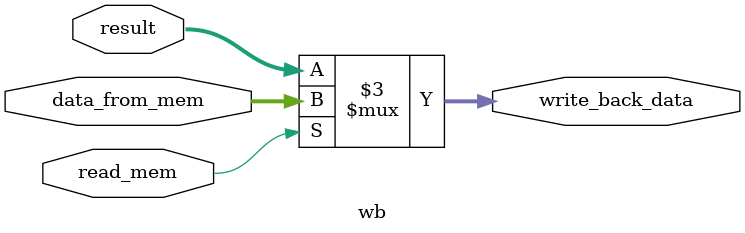
<source format=v>
module wb(
  
  input wire        read_mem,
  input wire[31:0]  result,
  input wire[31:0]  data_from_mem,
  output reg[31:0]  write_back_data
  
  );
  
  always @ *
  if(read_mem)
    write_back_data = data_from_mem;
  else
    write_back_data = result;
   
endmodule
</source>
